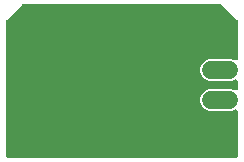
<source format=gbr>
G04 EAGLE Gerber RS-274X export*
G75*
%MOMM*%
%FSLAX34Y34*%
%LPD*%
%INBottom Copper*%
%IPPOS*%
%AMOC8*
5,1,8,0,0,1.08239X$1,22.5*%
G01*
G04 Define Apertures*
%ADD10C,1.524000*%
G36*
X97207Y-61833D02*
X96232Y-62031D01*
X-95444Y-62031D01*
X-96345Y-61863D01*
X-97183Y-61326D01*
X-97746Y-60506D01*
X-97944Y-59531D01*
X-97944Y53565D01*
X-97761Y54504D01*
X-97211Y55333D01*
X-84627Y67917D01*
X-83835Y68451D01*
X-82860Y68649D01*
X83648Y68649D01*
X84586Y68467D01*
X85416Y67917D01*
X98000Y55333D01*
X98534Y54540D01*
X98732Y53565D01*
X98732Y23183D01*
X98571Y22300D01*
X98041Y21458D01*
X97225Y20888D01*
X96252Y20683D01*
X95275Y20873D01*
X92931Y21844D01*
X74053Y21844D01*
X70692Y20452D01*
X68120Y17880D01*
X66728Y14519D01*
X66728Y10881D01*
X68120Y7520D01*
X70692Y4948D01*
X74053Y3556D01*
X92931Y3556D01*
X95275Y4527D01*
X96152Y4716D01*
X97133Y4549D01*
X97971Y4013D01*
X98534Y3193D01*
X98732Y2217D01*
X98732Y-2217D01*
X98571Y-3100D01*
X98041Y-3942D01*
X97225Y-4512D01*
X96252Y-4717D01*
X95275Y-4527D01*
X92931Y-3556D01*
X74053Y-3556D01*
X70692Y-4948D01*
X68120Y-7520D01*
X66728Y-10881D01*
X66728Y-14519D01*
X68120Y-17880D01*
X70692Y-20452D01*
X74053Y-21844D01*
X92931Y-21844D01*
X95275Y-20873D01*
X96152Y-20684D01*
X97133Y-20851D01*
X97971Y-21387D01*
X98534Y-22208D01*
X98732Y-23183D01*
X98732Y-59531D01*
X98564Y-60432D01*
X98028Y-61270D01*
X97207Y-61833D01*
G37*
D10*
X91112Y-12700D02*
X75872Y-12700D01*
X75872Y12700D02*
X91112Y12700D01*
M02*

</source>
